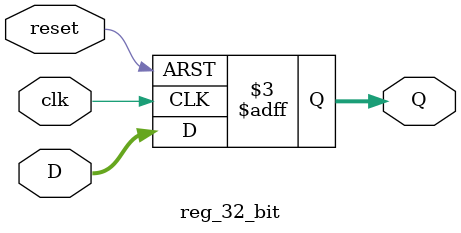
<source format=v>
`timescale 1ns / 1ps


module reg_32_bit (reset, clk, D, Q);
input reset;
input clk;
parameter N = 32; // Allow N to be changed
input [N-1:0] D;
output [N-1:0] Q;
reg [N-1:0] Q;

always @(posedge clk or negedge reset)
if (~reset)
  Q = 0; 
else
  Q = D;
endmodule // regN

</source>
